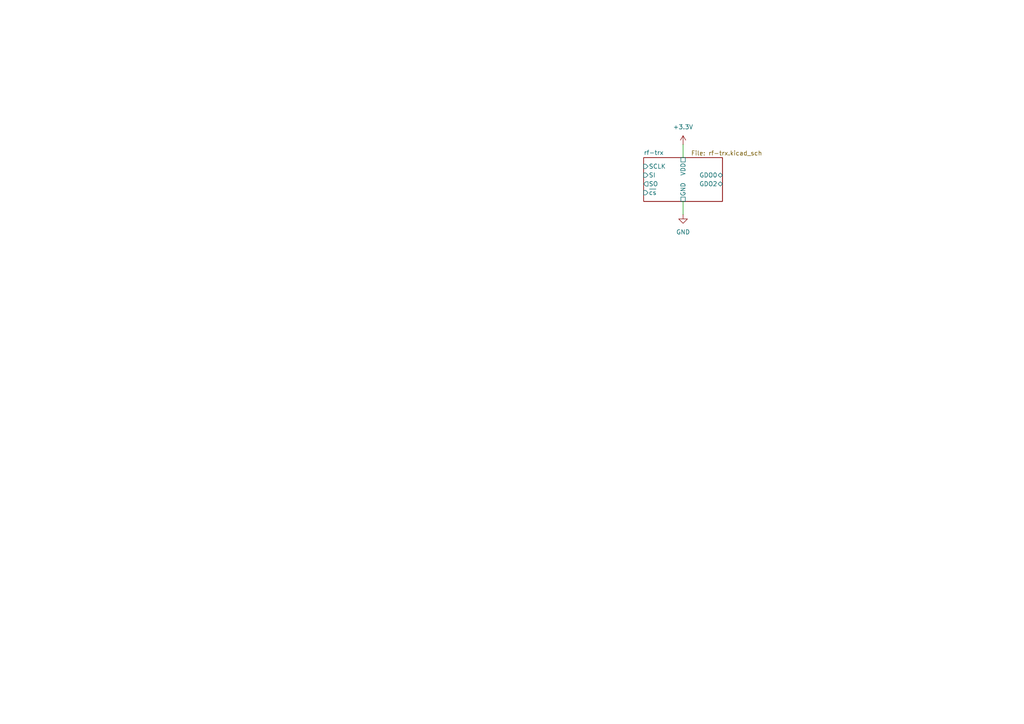
<source format=kicad_sch>
(kicad_sch (version 20231120) (generator "eeschema") (generator_version "8.0")
  (paper "A4")
  (lib_symbols
    (symbol "power:+3.3V" (power) (pin_numbers hide) (pin_names (offset 0) hide)
      (property "Value" "+3.3V" (at 0 3.556 0))
      (symbol "+3.3V_0_1"
        (polyline (pts (xy -0.762 1.27) (xy 0 2.54)))
        (polyline (pts (xy 0 0) (xy 0 2.54)))
        (polyline (pts (xy 0 2.54) (xy 0.762 1.27)))
      )
      (symbol "+3.3V_1_1"
        (pin power_in line (at 0 0 90) (length 0) (name "~") (number "1"))
      )
    )
    (symbol "power:GND" (power) (pin_numbers hide) (pin_names (offset 0) hide)
      (property "Value" "GND" (at 0 -3.81 0))
      (symbol "GND_0_1"
        (polyline (pts (xy 0 0) (xy 0 -1.27) (xy 1.27 -1.27) (xy 0 -2.54) (xy -1.27 -1.27) (xy 0 -1.27)))
      )
      (symbol "GND_1_1"
        (pin power_in line (at 0 0 270) (length 0) (name "~") (number "1"))
      )
    )
  )
  (wire (pts (xy 198.12 58.42) (xy 198.12 62.23)))
  (wire (pts (xy 198.12 41.91) (xy 198.12 45.72)))
  (symbol (lib_id "power:+3.3V") (at 198.12 41.91 0) (unit 1)
    (property "Reference" "#PWR02" (effects (hide yes)))
    (property "Value" "+3.3V" (at 198.12 36.83 0))
    (property "Description" "Power symbol creates a global label with name \"+3.3V\"" (effects (hide yes)))
  )
  (symbol (lib_id "power:GND") (at 198.12 62.23 0) (unit 1)
    (property "Reference" "#PWR01" (effects (hide yes)))
    (property "Value" "GND" (at 198.12 67.31 0))
    (property "Description" "Power symbol creates a global label with name \"GND\" , ground" (effects (hide yes)))
  )
  (sheet (at 186.69 45.72) (size 22.86 12.7) (stroke (width 0.1524))
    (property "Sheetname" "rf-trx" (at 186.69 45.0084 0) (effects (justify left bottom)))
    (property "Sheetfile" "rf-trx.kicad_sch" (at 200.406 43.688 0) (effects (justify left top)))
    (pin "GND" passive (at 198.12 58.42 270))
    (pin "VDD" passive (at 198.12 45.72 90))
    (pin "GDO0" bidirectional (at 209.55 50.8 0))
    (pin "SO" output (at 186.69 53.34 180))
    (pin "~{cs}" input (at 186.69 55.88 180))
    (pin "SCLK" input (at 186.69 48.26 180))
    (pin "GDO2" bidirectional (at 209.55 53.34 0))
    (pin "SI" input (at 186.69 50.8 180))
  )
)
</source>
